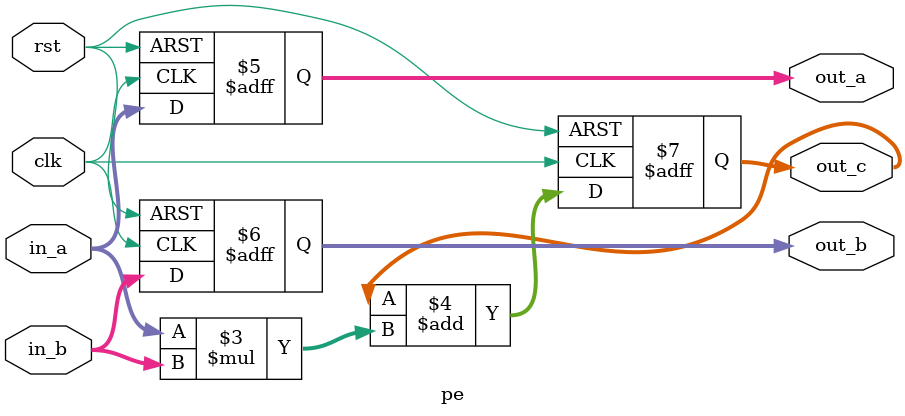
<source format=v>
module pe(
input clk,
input rst,
input[15:0] in_a,
input[15:0] in_b,
output reg[15:0] out_a,
output reg[15:0] out_b,
output reg[32:0] out_c
);


always@(posedge clk or negedge rst)
begin
if(!rst) begin
	out_a <= 0;
	out_b <= 0;
	out_c <= 0;
end
else begin
	out_a <= in_a;
	out_b <= in_b;
	out_c <= out_c + in_a*in_b;
end
end

endmodule

</source>
